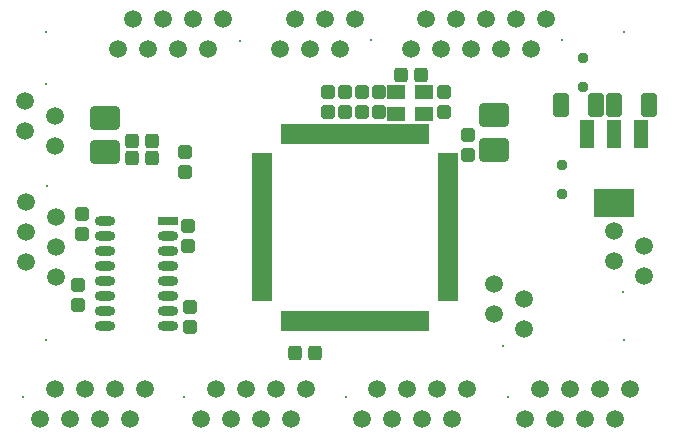
<source format=gbs>
G04*
G04 #@! TF.GenerationSoftware,Altium Limited,Altium Designer,18.1.7 (191)*
G04*
G04 Layer_Color=16711935*
%FSLAX43Y43*%
%MOMM*%
G71*
G01*
G75*
G04:AMPARAMS|DCode=17|XSize=1.203mm|YSize=1.103mm|CornerRadius=0.214mm|HoleSize=0mm|Usage=FLASHONLY|Rotation=90.000|XOffset=0mm|YOffset=0mm|HoleType=Round|Shape=RoundedRectangle|*
%AMROUNDEDRECTD17*
21,1,1.203,0.675,0,0,90.0*
21,1,0.775,1.103,0,0,90.0*
1,1,0.428,0.338,0.388*
1,1,0.428,0.338,-0.388*
1,1,0.428,-0.338,-0.388*
1,1,0.428,-0.338,0.388*
%
%ADD17ROUNDEDRECTD17*%
G04:AMPARAMS|DCode=22|XSize=1.203mm|YSize=1.103mm|CornerRadius=0.214mm|HoleSize=0mm|Usage=FLASHONLY|Rotation=180.000|XOffset=0mm|YOffset=0mm|HoleType=Round|Shape=RoundedRectangle|*
%AMROUNDEDRECTD22*
21,1,1.203,0.675,0,0,180.0*
21,1,0.775,1.103,0,0,180.0*
1,1,0.428,-0.388,0.338*
1,1,0.428,0.388,0.338*
1,1,0.428,0.388,-0.338*
1,1,0.428,-0.388,-0.338*
%
%ADD22ROUNDEDRECTD22*%
%ADD30C,0.203*%
%ADD31C,1.503*%
%ADD63R,3.453X2.353*%
%ADD64R,1.203X2.353*%
%ADD65R,1.753X0.803*%
%ADD66O,1.753X0.803*%
G04:AMPARAMS|DCode=67|XSize=2.503mm|YSize=2.003mm|CornerRadius=0.327mm|HoleSize=0mm|Usage=FLASHONLY|Rotation=0.000|XOffset=0mm|YOffset=0mm|HoleType=Round|Shape=RoundedRectangle|*
%AMROUNDEDRECTD67*
21,1,2.503,1.350,0,0,0.0*
21,1,1.850,2.003,0,0,0.0*
1,1,0.653,0.925,-0.675*
1,1,0.653,-0.925,-0.675*
1,1,0.653,-0.925,0.675*
1,1,0.653,0.925,0.675*
%
%ADD67ROUNDEDRECTD67*%
%ADD68R,1.503X1.253*%
%ADD69R,0.503X1.703*%
%ADD70R,1.703X0.503*%
G04:AMPARAMS|DCode=71|XSize=0.803mm|YSize=0.903mm|CornerRadius=0.177mm|HoleSize=0mm|Usage=FLASHONLY|Rotation=90.000|XOffset=0mm|YOffset=0mm|HoleType=Round|Shape=RoundedRectangle|*
%AMROUNDEDRECTD71*
21,1,0.803,0.550,0,0,90.0*
21,1,0.450,0.903,0,0,90.0*
1,1,0.353,0.275,0.225*
1,1,0.353,0.275,-0.225*
1,1,0.353,-0.275,-0.225*
1,1,0.353,-0.275,0.225*
%
%ADD71ROUNDEDRECTD71*%
G04:AMPARAMS|DCode=72|XSize=2.003mm|YSize=1.353mm|CornerRadius=0.245mm|HoleSize=0mm|Usage=FLASHONLY|Rotation=270.000|XOffset=0mm|YOffset=0mm|HoleType=Round|Shape=RoundedRectangle|*
%AMROUNDEDRECTD72*
21,1,2.003,0.863,0,0,270.0*
21,1,1.513,1.353,0,0,270.0*
1,1,0.491,-0.431,-0.756*
1,1,0.491,-0.431,0.756*
1,1,0.491,0.431,0.756*
1,1,0.491,0.431,-0.756*
%
%ADD72ROUNDEDRECTD72*%
D17*
X24150Y6900D02*
D03*
X25850D02*
D03*
X10350Y24800D02*
D03*
X12050D02*
D03*
X10350Y23400D02*
D03*
X12050D02*
D03*
X34800Y30400D02*
D03*
X33100D02*
D03*
D22*
X5750Y10950D02*
D03*
Y12650D02*
D03*
X15200Y9050D02*
D03*
Y10750D02*
D03*
X15100Y17580D02*
D03*
Y15880D02*
D03*
X6050Y18650D02*
D03*
Y16950D02*
D03*
X28310Y28950D02*
D03*
Y27250D02*
D03*
X29810Y28950D02*
D03*
Y27250D02*
D03*
X31210Y28950D02*
D03*
Y27250D02*
D03*
X36710Y28950D02*
D03*
Y27250D02*
D03*
X38800Y25350D02*
D03*
Y23650D02*
D03*
X26910Y28950D02*
D03*
Y27250D02*
D03*
X14800Y23850D02*
D03*
Y22150D02*
D03*
D30*
X42160Y3100D02*
D03*
X28420D02*
D03*
X14760D02*
D03*
X1120D02*
D03*
X41740Y7490D02*
D03*
X51900Y12000D02*
D03*
X46750Y33340D02*
D03*
X30570D02*
D03*
X3060Y29610D02*
D03*
X3100Y21040D02*
D03*
X52000Y34000D02*
D03*
X3000D02*
D03*
Y8000D02*
D03*
X52000D02*
D03*
X19440Y33300D02*
D03*
D31*
X52450Y3840D02*
D03*
X51180Y1300D02*
D03*
X49910Y3840D02*
D03*
X48640Y1300D02*
D03*
X47370Y3840D02*
D03*
X46100Y1300D02*
D03*
X44830Y3840D02*
D03*
X43560Y1300D02*
D03*
X38710Y3840D02*
D03*
X37440Y1300D02*
D03*
X36170Y3840D02*
D03*
X34900Y1300D02*
D03*
X33630Y3840D02*
D03*
X32360Y1300D02*
D03*
X31090Y3840D02*
D03*
X29820Y1300D02*
D03*
X25050Y3840D02*
D03*
X23780Y1300D02*
D03*
X22510Y3840D02*
D03*
X21240Y1300D02*
D03*
X19970Y3840D02*
D03*
X18700Y1300D02*
D03*
X17430Y3840D02*
D03*
X16160Y1300D02*
D03*
X11410Y3840D02*
D03*
X10140Y1300D02*
D03*
X8870Y3840D02*
D03*
X7600Y1300D02*
D03*
X6330Y3840D02*
D03*
X5060Y1300D02*
D03*
X3790Y3840D02*
D03*
X2520Y1300D02*
D03*
X43540Y8890D02*
D03*
X41000Y10160D02*
D03*
X43540Y11430D02*
D03*
X41000Y12700D02*
D03*
X53700Y13400D02*
D03*
X51160Y14670D02*
D03*
X53700Y15940D02*
D03*
X51160Y17210D02*
D03*
X36460Y32600D02*
D03*
X37730Y35140D02*
D03*
X39000Y32600D02*
D03*
X40270Y35140D02*
D03*
X41540Y32600D02*
D03*
X42810Y35140D02*
D03*
X44080Y32600D02*
D03*
X45350Y35140D02*
D03*
X35190D02*
D03*
X33920Y32600D02*
D03*
X22820D02*
D03*
X24090Y35140D02*
D03*
X25360Y32600D02*
D03*
X26630Y35140D02*
D03*
X27900Y32600D02*
D03*
X29170Y35140D02*
D03*
X1260Y28210D02*
D03*
X3800Y26940D02*
D03*
X1260Y25670D02*
D03*
X3800Y24400D02*
D03*
X3840Y13290D02*
D03*
X1300Y14560D02*
D03*
X3840Y15830D02*
D03*
X1300Y17100D02*
D03*
X3840Y18370D02*
D03*
X1300Y19640D02*
D03*
X9150Y32560D02*
D03*
X10420Y35100D02*
D03*
X11690Y32560D02*
D03*
X12960Y35100D02*
D03*
X14230Y32560D02*
D03*
X15500Y35100D02*
D03*
X16770Y32560D02*
D03*
X18040Y35100D02*
D03*
D63*
X51100Y19575D02*
D03*
D64*
X53400Y25425D02*
D03*
X51100D02*
D03*
X48800D02*
D03*
D65*
X13400Y18020D02*
D03*
D66*
Y16750D02*
D03*
Y15480D02*
D03*
Y14210D02*
D03*
Y12940D02*
D03*
Y11670D02*
D03*
Y10400D02*
D03*
Y9130D02*
D03*
X8000Y18020D02*
D03*
Y16750D02*
D03*
Y15480D02*
D03*
Y14210D02*
D03*
Y12940D02*
D03*
Y11670D02*
D03*
Y10400D02*
D03*
Y9130D02*
D03*
D67*
X8000Y23850D02*
D03*
Y26750D02*
D03*
X40950Y24075D02*
D03*
Y26975D02*
D03*
D68*
X35010Y27100D02*
D03*
X32710D02*
D03*
Y28950D02*
D03*
X35010D02*
D03*
D69*
X23210Y25400D02*
D03*
X23710D02*
D03*
X24210D02*
D03*
X24710D02*
D03*
X25210D02*
D03*
X25710D02*
D03*
X26210D02*
D03*
X26710D02*
D03*
X27210D02*
D03*
X27710D02*
D03*
X28210D02*
D03*
X28710D02*
D03*
X29210D02*
D03*
X29710D02*
D03*
X30210D02*
D03*
X30710D02*
D03*
X31210D02*
D03*
X31710D02*
D03*
X32210D02*
D03*
X32710D02*
D03*
X33210D02*
D03*
X33710D02*
D03*
X34210D02*
D03*
X34710D02*
D03*
X35210D02*
D03*
Y9600D02*
D03*
X34710D02*
D03*
X34210D02*
D03*
X33710D02*
D03*
X33210D02*
D03*
X32710D02*
D03*
X32210D02*
D03*
X31710D02*
D03*
X31210D02*
D03*
X30710D02*
D03*
X30210D02*
D03*
X29710D02*
D03*
X29210D02*
D03*
X28710D02*
D03*
X28210D02*
D03*
X27710D02*
D03*
X27210D02*
D03*
X26710D02*
D03*
X26210D02*
D03*
X25710D02*
D03*
X25210D02*
D03*
X24710D02*
D03*
X24210D02*
D03*
X23710D02*
D03*
X23210D02*
D03*
D70*
X37110Y23500D02*
D03*
Y23000D02*
D03*
Y22500D02*
D03*
Y22000D02*
D03*
Y21500D02*
D03*
Y21000D02*
D03*
Y20500D02*
D03*
Y20000D02*
D03*
Y19500D02*
D03*
Y19000D02*
D03*
Y18500D02*
D03*
Y18000D02*
D03*
Y17500D02*
D03*
Y17000D02*
D03*
Y16500D02*
D03*
Y16000D02*
D03*
Y15500D02*
D03*
Y15000D02*
D03*
Y14500D02*
D03*
Y14000D02*
D03*
Y13500D02*
D03*
Y13000D02*
D03*
Y12500D02*
D03*
Y12000D02*
D03*
Y11500D02*
D03*
X21310D02*
D03*
Y12000D02*
D03*
Y12500D02*
D03*
Y13000D02*
D03*
Y13500D02*
D03*
Y14000D02*
D03*
Y14500D02*
D03*
Y15000D02*
D03*
Y15500D02*
D03*
Y16000D02*
D03*
Y16500D02*
D03*
Y17000D02*
D03*
Y17500D02*
D03*
Y18000D02*
D03*
Y18500D02*
D03*
Y19000D02*
D03*
Y19500D02*
D03*
Y20000D02*
D03*
Y20500D02*
D03*
Y21000D02*
D03*
Y21500D02*
D03*
Y22000D02*
D03*
Y22500D02*
D03*
Y23000D02*
D03*
Y23500D02*
D03*
D71*
X46750Y20298D02*
D03*
Y22798D02*
D03*
X48523Y29350D02*
D03*
Y31850D02*
D03*
D72*
X49600Y27900D02*
D03*
X46600D02*
D03*
X51100Y27900D02*
D03*
X54100D02*
D03*
M02*

</source>
